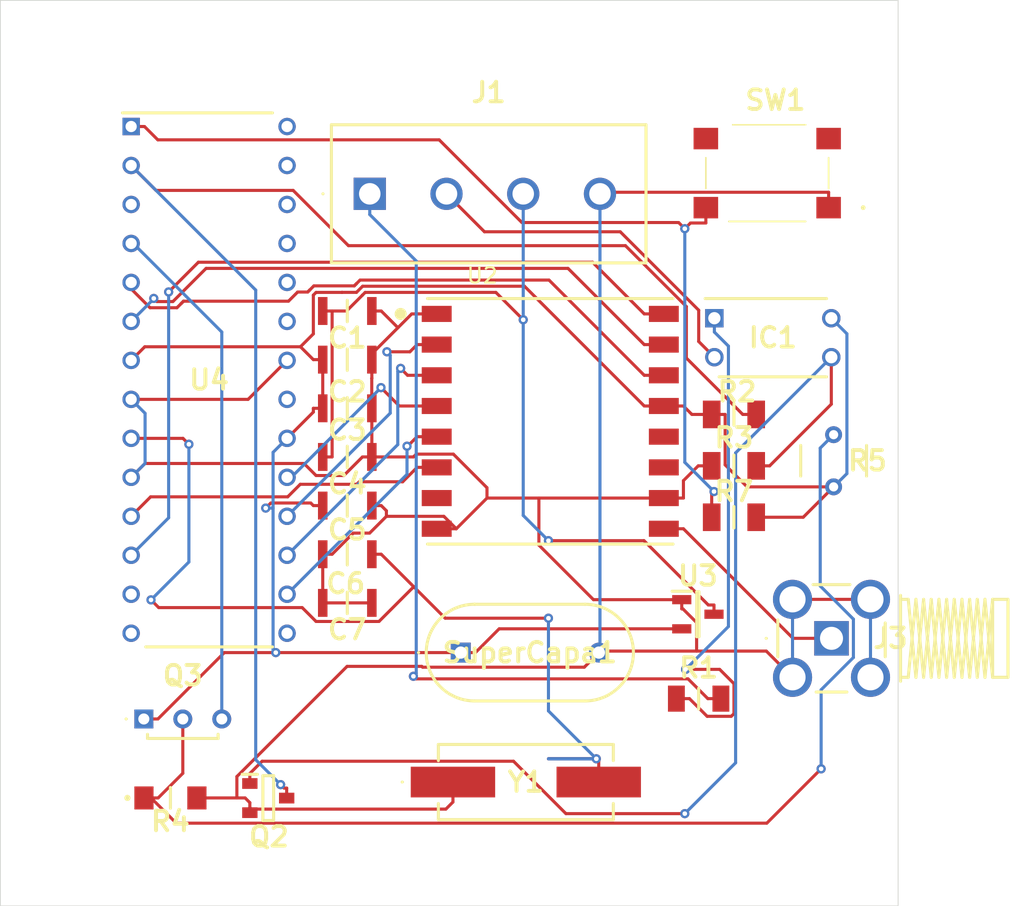
<source format=kicad_pcb>
(kicad_pcb (version 20241229) (generator "pcbnew") (generator_version "9.0")
  (layers (0 "F.Cu" signal) (2 "B.Cu" signal) (13 "F.Paste" user) (15 "B.Paste" user) (5 "F.SilkS" user "F.Silkscreen") (7 "B.SilkS" user "B.Silkscreen") (1 "F.Mask" user) (3 "B.Mask" user) (25 "Edge.Cuts" user))
  (net 0 "")
  (net 1 "Valim")
  (net 2 "GND")
  (net 3 "VCC")
  (net 4 "Net-(U4-PB6(PCINT6{slash}XTAL1{slash}TOSC1))")
  (net 5 "I2")
  (net 6 "Net-(IC1-EMITTER)")
  (net 7 "Net-(IC1-ANODE(CATHODE))")
  (net 8 "I1")
  (net 9 "Net-(U2-ANT)")
  (net 10 "infoTIC")
  (net 11 "D2")
  (net 12 "Net-(Q3-B)")
  (net 13 "Net-(U4-PC6(PCINT14{slash}RESET))")
  (net 15 "NSS")
  (net 16 "DIO2")
  (net 17 "RST")
  (net 19 "SCK")
  (net 20 "MOSI")
  (net 21 "MISO")
  (net 22 "DIO0")
  (net 24 "DIO1")
  (footprint "MountingHole:MountingHole_2.5mm" (layer "F.Cu") (at 188.5 107.5)
    (property "Reference" "REF**" (hide yes))
    (property "Value" "MountingHole_2.5mm" (hide yes))
    (pad "" np_thru_hole circle (at 0 0) (size 2.5 2.5) (drill 2.5) (layers "*.Cu" "*.Mask"))
  )
  (footprint "ATMEGA328 PU:DIP1016W53P254L3468H457Q28N" (layer "F.Cu") (at 148.101 77.729)
    (property "Reference" "U4" (at 0 0 0) (layer "F.SilkS") (effects (font (size 1.27 1.27) (thickness 0.254))))
    (property "Value" "ATMEGA328-PU" (hide yes))
    (pad "1" thru_hole rect (at -5.08 -16.51) (size 1.133 1.133) (drill 0.733) (layers "*.Cu" "*.Mask") (net 13 "Net-(U4-PC6(PCINT14{slash}RESET))"))
    (pad "2" thru_hole circle (at -5.08 -13.97) (size 1.133 1.133) (drill 0.733) (layers "*.Cu" "*.Mask") (net 10 "infoTIC"))
    (pad "3" thru_hole circle (at -5.08 -11.43) (size 1.133 1.133) (drill 0.733) (layers "*.Cu" "*.Mask"))
    (pad "4" thru_hole circle (at -5.08 -8.89) (size 1.133 1.133) (drill 0.733) (layers "*.Cu" "*.Mask") (net 11 "D2"))
    (pad "5" thru_hole circle (at -5.08 -6.35) (size 1.133 1.133) (drill 0.733) (layers "*.Cu" "*.Mask") (net 22 "DIO0"))
    (pad "6" thru_hole circle (at -5.08 -3.81) (size 1.133 1.133) (drill 0.733) (layers "*.Cu" "*.Mask") (net 24 "DIO1"))
    (pad "7" thru_hole circle (at -5.08 -1.27) (size 1.133 1.133) (drill 0.733) (layers "*.Cu" "*.Mask") (net 3 "VCC"))
    (pad "8" thru_hole circle (at -5.08 1.27) (size 1.133 1.133) (drill 0.733) (layers "*.Cu" "*.Mask") (net 2 "GND"))
    (pad "9" thru_hole circle (at -5.08 3.81) (size 1.133 1.133) (drill 0.733) (layers "*.Cu" "*.Mask") (net 4 "Net-(U4-PB6(PCINT6{slash}XTAL1{slash}TOSC1))"))
    (pad "10" thru_hole circle (at -5.08 6.35) (size 1.133 1.133) (drill 0.733) (layers "*.Cu" "*.Mask") (net 2 "GND"))
    (pad "11" thru_hole circle (at -5.08 8.89) (size 1.133 1.133) (drill 0.733) (layers "*.Cu" "*.Mask") (net 17 "RST"))
    (pad "12" thru_hole circle (at -5.08 11.43) (size 1.133 1.133) (drill 0.733) (layers "*.Cu" "*.Mask") (net 16 "DIO2"))
    (pad "13" thru_hole circle (at -5.08 13.97) (size 1.133 1.133) (drill 0.733) (layers "*.Cu" "*.Mask"))
    (pad "14" thru_hole circle (at -5.08 16.51) (size 1.133 1.133) (drill 0.733) (layers "*.Cu" "*.Mask"))
    (pad "15" thru_hole circle (at 5.08 16.51) (size 1.133 1.133) (drill 0.733) (layers "*.Cu" "*.Mask"))
    (pad "16" thru_hole circle (at 5.08 13.97) (size 1.133 1.133) (drill 0.733) (layers "*.Cu" "*.Mask") (net 15 "NSS"))
    (pad "17" thru_hole circle (at 5.08 11.43) (size 1.133 1.133) (drill 0.733) (layers "*.Cu" "*.Mask") (net 20 "MOSI"))
    (pad "18" thru_hole circle (at 5.08 8.89) (size 1.133 1.133) (drill 0.733) (layers "*.Cu" "*.Mask") (net 21 "MISO"))
    (pad "19" thru_hole circle (at 5.08 6.35) (size 1.133 1.133) (drill 0.733) (layers "*.Cu" "*.Mask") (net 19 "SCK"))
    (pad "20" thru_hole circle (at 5.08 3.81) (size 1.133 1.133) (drill 0.733) (layers "*.Cu" "*.Mask") (net 3 "VCC"))
    (pad "21" thru_hole circle (at 5.08 1.27) (size 1.133 1.133) (drill 0.733) (layers "*.Cu" "*.Mask"))
    (pad "22" thru_hole circle (at 5.08 -1.27) (size 1.133 1.133) (drill 0.733) (layers "*.Cu" "*.Mask") (net 2 "GND"))
    (pad "23" thru_hole circle (at 5.08 -3.81) (size 1.133 1.133) (drill 0.733) (layers "*.Cu" "*.Mask"))
    (pad "24" thru_hole circle (at 5.08 -6.35) (size 1.133 1.133) (drill 0.733) (layers "*.Cu" "*.Mask"))
    (pad "25" thru_hole circle (at 5.08 -8.89) (size 1.133 1.133) (drill 0.733) (layers "*.Cu" "*.Mask"))
    (pad "26" thru_hole circle (at 5.08 -11.43) (size 1.133 1.133) (drill 0.733) (layers "*.Cu" "*.Mask"))
    (pad "27" thru_hole circle (at 5.08 -13.97) (size 1.133 1.133) (drill 0.733) (layers "*.Cu" "*.Mask"))
    (pad "28" thru_hole circle (at 5.08 -16.51) (size 1.133 1.133) (drill 0.733) (layers "*.Cu" "*.Mask"))
  )
  (footprint "Borniers 4:7966834" (layer "F.Cu") (at 158.57 65.605)
    (property "Reference" "J1" (at 7.75 -6.605 0) (layer "F.SilkS") (effects (font (size 1.27 1.27) (thickness 0.254))))
    (property "Value" "Borniers" (hide yes))
    (pad "1" thru_hole rect (at 0 0) (size 2.1 2.1) (drill 1.4) (layers "*.Cu" "*.Mask") (net 8 "I1"))
    (pad "2" thru_hole circle (at 5 0) (size 2.1 2.1) (drill 1.4) (layers "*.Cu" "*.Mask") (net 5 "I2"))
    (pad "3" thru_hole circle (at 10 0) (size 2.1 2.1) (drill 1.4) (layers "*.Cu" "*.Mask") (net 1 "Valim"))
    (pad "4" thru_hole circle (at 15 0) (size 2.1 2.1) (drill 1.4) (layers "*.Cu" "*.Mask") (net 2 "GND"))
  )
  (footprint "Condensateur:CAPC3216X180N" (layer "F.Cu") (at 157.105 79.58)
    (property "Reference" "C3" (at 0 1.42 0) (layer "F.SilkS") (effects (font (size 1.27 1.27) (thickness 0.254))))
    (property "Value" "0.1µF" (hide yes))
    (pad "1" smd rect (at -1.6 0) (size 0.62 1.82) (layers "F.Cu" "F.Mask" "F.Paste") (net 3 "VCC"))
    (pad "2" smd rect (at 1.6 0) (size 0.62 1.82) (layers "F.Cu" "F.Mask" "F.Paste") (net 2 "GND"))
  )
  (footprint "R10:RESC3216X74N" (layer "F.Cu") (at 182.3 86.68)
    (property "Reference" "R7" (at 0 -1.68 0) (layer "F.SilkS") (effects (font (size 1.27 1.27) (thickness 0.254))))
    (property "Value" "10k" (hide yes))
    (pad "1" smd rect (at -1.45 0) (size 1.15 1.8) (layers "F.Cu" "F.Mask" "F.Paste") (net 13 "Net-(U4-PC6(PCINT14{slash}RESET))"))
    (pad "2" smd rect (at 1.45 0) (size 1.15 1.8) (layers "F.Cu" "F.Mask" "F.Paste") (net 3 "VCC"))
  )
  (footprint "R10:RESC3216X74N" (layer "F.Cu") (at 182.3 83.33)
    (property "Reference" "R3" (at 0 -1.83 0) (layer "F.SilkS") (effects (font (size 1.27 1.27) (thickness 0.254))))
    (property "Value" "10K" (hide yes))
    (pad "1" smd rect (at -1.45 0) (size 1.15 1.8) (layers "F.Cu" "F.Mask" "F.Paste") (net 2 "GND"))
    (pad "2" smd rect (at 1.45 0) (size 1.15 1.8) (layers "F.Cu" "F.Mask" "F.Paste") (net 6 "Net-(IC1-EMITTER)"))
  )
  (footprint "SuperCondensateur:SCMQ14C474MRBA0" (layer "F.Cu") (at 164.5 95.5 90)
    (property "Reference" "SuperCapa1" (at 0 4.5 0) (layer "F.SilkS") (effects (font (size 1.27 1.27) (thickness 0.254))))
    (property "Value" "0.47F" (hide yes))
    (pad "1" thru_hole rect (at 0 0 90) (size 1.3 1.3) (drill 0.8) (layers "*.Cu" "*.Mask") (net 3 "VCC"))
    (pad "2" thru_hole circle (at 0 9 90) (size 1.3 1.3) (drill 0.8) (layers "*.Cu" "*.Mask") (net 2 "GND"))
  )
  (footprint "Regulateur 3.3:SOT95P237X112-3N" (layer "F.Cu") (at 179.95 93)
    (property "Reference" "U3" (at 0 -2.5 0) (layer "F.SilkS") (effects (font (size 1.27 1.27) (thickness 0.254))))
    (property "Value" "TPS7A0533PDBZ" (hide yes))
    (pad "1" smd rect (at -1.05 -0.95 90) (size 0.6 1.25) (layers "F.Cu" "F.Mask" "F.Paste") (net 2 "GND"))
    (pad "2" smd rect (at -1.05 0.95 90) (size 0.6 1.25) (layers "F.Cu" "F.Mask" "F.Paste") (net 3 "VCC"))
    (pad "3" smd rect (at 1.05 0 90) (size 0.6 1.25) (layers "F.Cu" "F.Mask" "F.Paste") (net 1 "Valim"))
  )
  (footprint "Condensateur:CAPC3216X180N" (layer "F.Cu") (at 157.105 73.24)
    (property "Reference" "C1" (at 0 1.76 0) (layer "F.SilkS") (effects (font (size 1.27 1.27) (thickness 0.254))))
    (property "Value" "10µF" (hide yes))
    (pad "1" smd rect (at -1.6 0) (size 0.62 1.82) (layers "F.Cu" "F.Mask" "F.Paste") (net 1 "Valim"))
    (pad "2" smd rect (at 1.6 0) (size 0.62 1.82) (layers "F.Cu" "F.Mask" "F.Paste") (net 2 "GND"))
  )
  (footprint "Bouton Reset:B3FS1012P" (layer "F.Cu") (at 184.47 64.255)
    (property "Reference" "SW1" (at 0.53 -4.755 0) (layer "F.SilkS") (effects (font (size 1.27 1.27) (thickness 0.254))))
    (property "Value" "Bouton Reset" (hide yes))
    (pad "1" smd rect (at 4 2.25 90) (size 1.4 1.6) (layers "F.Cu" "F.Mask" "F.Paste") (net 2 "GND"))
    (pad "2" smd rect (at -4 2.25 90) (size 1.4 1.6) (layers "F.Cu" "F.Mask" "F.Paste") (net 13 "Net-(U4-PC6(PCINT14{slash}RESET))"))
    (pad "3" smd rect (at 4 -2.25 90) (size 1.4 1.6) (layers "F.Cu" "F.Mask" "F.Paste"))
    (pad "4" smd rect (at -4 -2.25 90) (size 1.4 1.6) (layers "F.Cu" "F.Mask" "F.Paste"))
  )
  (footprint "Condensateur:CAPC3216X180N" (layer "F.Cu") (at 157.105 76.41)
    (property "Reference" "C2" (at 0 2.09 0) (layer "F.SilkS") (effects (font (size 1.27 1.27) (thickness 0.254))))
    (property "Value" "0.1µF" (hide yes))
    (pad "1" smd rect (at -1.6 0) (size 0.62 1.82) (layers "F.Cu" "F.Mask" "F.Paste") (net 3 "VCC"))
    (pad "2" smd rect (at 1.6 0) (size 0.62 1.82) (layers "F.Cu" "F.Mask" "F.Paste") (net 2 "GND"))
  )
  (footprint "R4.7:RESC3116X70N" (layer "F.Cu") (at 180 98.5)
    (property "Reference" "R1" (at 0 -2 0) (layer "F.SilkS") (effects (font (size 1.27 1.27) (thickness 0.254))))
    (property "Value" "4.7K" (hide yes))
    (pad "1" smd rect (at -1.45 0) (size 1.1 1.7) (layers "F.Cu" "F.Mask" "F.Paste") (net 7 "Net-(IC1-ANODE(CATHODE))"))
    (pad "2" smd rect (at 1.45 0) (size 1.1 1.7) (layers "F.Cu" "F.Mask" "F.Paste") (net 8 "I1"))
  )
  (footprint "Condensateur:CAPC3216X180N" (layer "F.Cu") (at 157.105 89.09)
    (property "Reference" "C6" (at -0.105 1.91 0) (layer "F.SilkS") (effects (font (size 1.27 1.27) (thickness 0.254))))
    (property "Value" "22pF" (hide yes))
    (pad "1" smd rect (at -1.6 0) (size 0.62 1.82) (layers "F.Cu" "F.Mask" "F.Paste") (net 2 "GND"))
    (pad "2" smd rect (at 1.6 0) (size 0.62 1.82) (layers "F.Cu" "F.Mask" "F.Paste") (net 4 "Net-(U4-PB6(PCINT6{slash}XTAL1{slash}TOSC1))"))
  )
  (footprint "Quartz8MHz:830003151" (layer "F.Cu") (at 168.74 103.935)
    (property "Reference" "Y1" (at 0 0 0) (layer "F.SilkS") (effects (font (size 1.27 1.27) (thickness 0.254))))
    (property "Value" "Crystal" (hide yes))
    (pad "1" smd rect (at -4.75 0 90) (size 2 5.5) (layers "F.Cu" "F.Mask" "F.Paste") (net 2 "GND"))
    (pad "2" smd rect (at 4.75 0 90) (size 2 5.5) (layers "F.Cu" "F.Mask" "F.Paste") (net 4 "Net-(U4-PB6(PCINT6{slash}XTAL1{slash}TOSC1))"))
  )
  (footprint "Condensateur:CAPC3216X180N" (layer "F.Cu") (at 157.105 85.92)
    (property "Reference" "C5" (at 0 1.58 0) (layer "F.SilkS") (effects (font (size 1.27 1.27) (thickness 0.254))))
    (property "Value" "10µF" (hide yes))
    (pad "1" smd rect (at -1.6 0) (size 0.62 1.82) (layers "F.Cu" "F.Mask" "F.Paste") (net 3 "VCC"))
    (pad "2" smd rect (at 1.6 0) (size 0.62 1.82) (layers "F.Cu" "F.Mask" "F.Paste") (net 2 "GND"))
  )
  (footprint "BSS138:SOT95P240X120-3N" (layer "F.Cu") (at 151.955 104.98)
    (property "Reference" "Q2" (at 0.045 2.52 0) (layer "F.SilkS") (effects (font (size 1.27 1.27) (thickness 0.254))))
    (property "Value" "BSS138" (hide yes))
    (pad "1" smd rect (at -1.2 -0.95 90) (size 0.7 1) (layers "F.Cu" "F.Mask" "F.Paste") (net 6 "Net-(IC1-EMITTER)"))
    (pad "2" smd rect (at -1.2 0.95 90) (size 0.7 1) (layers "F.Cu" "F.Mask" "F.Paste") (net 2 "GND"))
    (pad "3" smd rect (at 1.2 0 90) (size 0.7 1) (layers "F.Cu" "F.Mask" "F.Paste") (net 10 "infoTIC"))
  )
  (footprint "Condensateur:CAPC3216X180N" (layer "F.Cu") (at 157.105 92.26)
    (property "Reference" "C7" (at 0 1.74 0) (layer "F.SilkS") (effects (font (size 1.27 1.27) (thickness 0.254))))
    (property "Value" "22pF" (hide yes))
    (pad "1" smd rect (at -1.6 0) (size 0.62 1.82) (layers "F.Cu" "F.Mask" "F.Paste") (net 2 "GND"))
    (pad "2" smd rect (at 1.6 0) (size 0.62 1.82) (layers "F.Cu" "F.Mask" "F.Paste") (net 2 "GND"))
  )
  (footprint "R8:ERJ8ENF1000V" (layer "F.Cu") (at 145.58 104.97)
    (property "Reference" "R4" (at 0 1.53 0) (layer "F.SilkS") (effects (font (size 1.27 1.27) (thickness 0.254))))
    (property "Value" "8k" (hide yes))
    (pad "1" smd rect (at -1.725 0) (size 1.25 1.5) (layers "F.Cu" "F.Mask" "F.Paste") (net 12 "Net-(Q3-B)"))
    (pad "2" smd rect (at 1.725 0) (size 1.25 1.5) (layers "F.Cu" "F.Mask" "F.Paste") (net 2 "GND"))
  )
  (footprint "Connecteur ant:60311002114501" (layer "F.Cu") (at 188.6575 94.57)
    (property "Reference" "J3" (at 3.843 0 0) (layer "F.SilkS") (effects (font (size 1.27 1.27) (thickness 0.254))))
    (property "Value" "60311002114501" (hide yes))
    (pad "1" thru_hole rect (at 0 0) (size 2.25 2.25) (drill 1.5) (layers "*.Cu" "*.Mask") (net 9 "Net-(U2-ANT)"))
    (pad "2" thru_hole circle (at -2.54 2.54) (size 2.55 2.55) (drill 1.7) (layers "*.Cu" "*.Mask") (net 2 "GND"))
    (pad "3" thru_hole circle (at 2.54 2.54) (size 2.55 2.55) (drill 1.7) (layers "*.Cu" "*.Mask") (net 2 "GND"))
    (pad "4" thru_hole circle (at 2.54 -2.54) (size 2.55 2.55) (drill 1.7) (layers "*.Cu" "*.Mask") (net 2 "GND"))
    (pad "5" thru_hole circle (at -2.54 -2.54) (size 2.55 2.55) (drill 1.7) (layers "*.Cu" "*.Mask") (net 2 "GND"))
  )
  (footprint "2N2222A:2N2222A" (layer "F.Cu") (at 143.847 99.825)
    (property "Reference" "Q3" (at 2.54 -2.825 0) (layer "F.SilkS") (effects (font (size 1.27 1.27) (thickness 0.254))))
    (property "Value" "Transistor" (hide yes))
    (pad "1" thru_hole rect (at 0 0) (size 1.234 1.234) (drill 0.72) (layers "*.Cu" "*.Mask") (net 3 "VCC"))
    (pad "2" thru_hole circle (at 2.54 0) (size 1.234 1.234) (drill 0.72) (layers "*.Cu" "*.Mask") (net 12 "Net-(Q3-B)"))
    (pad "3" thru_hole circle (at 5.08 0) (size 1.234 1.234) (drill 0.72) (layers "*.Cu" "*.Mask") (net 11 "D2"))
  )
  (footprint "PC814:DIP762W60P254L460H450Q4N" (layer "F.Cu") (at 184.835 74.98)
    (property "Reference" "IC1" (at 0 0 0) (layer "F.SilkS") (effects (font (size 1.27 1.27) (thickness 0.254))))
    (property "Value" "PC814X1CSZ9F" (hide yes))
    (pad "1" thru_hole rect (at -3.81 -1.27) (size 1.2 1.2) (drill 0.8) (layers "*.Cu" "*.Mask") (net 7 "Net-(IC1-ANODE(CATHODE))"))
    (pad "2" thru_hole circle (at -3.81 1.27) (size 1.2 1.2) (drill 0.8) (layers "*.Cu" "*.Mask") (net 5 "I2"))
    (pad "3" thru_hole circle (at 3.81 1.27) (size 1.2 1.2) (drill 0.8) (layers "*.Cu" "*.Mask") (net 6 "Net-(IC1-EMITTER)"))
    (pad "4" thru_hole circle (at 3.81 -1.27) (size 1.2 1.2) (drill 0.8) (layers "*.Cu" "*.Mask") (net 3 "VCC"))
  )
  (footprint "RFM95W-868S2:XCVR_RFM95W-868S2" (layer "F.Cu") (at 170.3315 80.43)
    (property "Reference" "U2" (at -4.433495 -9.503175 0) (layer "F.SilkS") (effects (font (size 1.001913 1.001913))))
    (property "Value" "RFM95W-868S2")
    (pad "1" smd rect (at -7.4 -7) (size 1.95 1.05) (layers "F.Cu" "F.Mask" "F.Paste") (net 2 "GND"))
    (pad "2" smd rect (at -7.4 -5) (size 1.95 1.05) (layers "F.Cu" "F.Mask" "F.Paste") (net 21 "MISO"))
    (pad "3" smd rect (at -7.4 -3) (size 1.95 1.05) (layers "F.Cu" "F.Mask" "F.Paste") (net 20 "MOSI"))
    (pad "4" smd rect (at -7.4 -1) (size 1.95 1.05) (layers "F.Cu" "F.Mask" "F.Paste") (net 19 "SCK"))
    (pad "5" smd rect (at -7.4 1) (size 1.95 1.05) (layers "F.Cu" "F.Mask" "F.Paste") (net 15 "NSS"))
    (pad "6" smd rect (at -7.4 3) (size 1.95 1.05) (layers "F.Cu" "F.Mask" "F.Paste") (net 17 "RST"))
    (pad "7" smd rect (at -7.4 5) (size 1.95 1.05) (layers "F.Cu" "F.Mask" "F.Paste"))
    (pad "8" smd rect (at -7.4 7) (size 1.95 1.05) (layers "F.Cu" "F.Mask" "F.Paste") (net 2 "GND"))
    (pad "9" smd rect (at 7.4 7) (size 1.95 1.05) (layers "F.Cu" "F.Mask" "F.Paste") (net 9 "Net-(U2-ANT)"))
    (pad "10" smd rect (at 7.4 5) (size 1.95 1.05) (layers "F.Cu" "F.Mask" "F.Paste") (net 2 "GND"))
    (pad "11" smd rect (at 7.4 3) (size 1.95 1.05) (layers "F.Cu" "F.Mask" "F.Paste"))
    (pad "12" smd rect (at 7.4 1) (size 1.95 1.05) (layers "F.Cu" "F.Mask" "F.Paste"))
    (pad "13" smd rect (at 7.4 -1) (size 1.95 1.05) (layers "F.Cu" "F.Mask" "F.Paste") (net 3 "VCC"))
    (pad "14" smd rect (at 7.4 -3) (size 1.95 1.05) (layers "F.Cu" "F.Mask" "F.Paste") (net 22 "DIO0"))
    (pad "15" smd rect (at 7.4 -5) (size 1.95 1.05) (layers "F.Cu" "F.Mask" "F.Paste") (net 24 "DIO1"))
    (pad "16" smd rect (at 7.4 -7) (size 1.95 1.05) (layers "F.Cu" "F.Mask" "F.Paste") (net 16 "DIO2"))
  )
  (footprint "MountingHole:MountingHole_2.5mm" (layer "F.Cu") (at 188 56.5)
    (property "Reference" "REF**" (hide yes))
    (property "Value" "MountingHole_2.5mm" (hide yes))
    (pad "" np_thru_hole circle (at 0 0) (size 2.5 2.5) (drill 2.5) (layers "*.Cu" "*.Mask"))
  )
  (footprint "Condensateur:CAPC3216X180N" (layer "F.Cu") (at 157.105 82.75)
    (property "Reference" "C4" (at 0 1.75 0) (layer "F.SilkS") (effects (font (size 1.27 1.27) (thickness 0.254))))
    (property "Value" "10µF" (hide yes))
    (pad "1" smd rect (at -1.6 0) (size 0.62 1.82) (layers "F.Cu" "F.Mask" "F.Paste") (net 1 "Valim"))
    (pad "2" smd rect (at 1.6 0) (size 0.62 1.82) (layers "F.Cu" "F.Mask" "F.Paste") (net 2 "GND"))
  )
  (footprint "MountingHole:MountingHole_2.5mm" (layer "F.Cu") (at 138 106.5)
    (property "Reference" "REF**" (hide yes))
    (property "Value" "MountingHole_2.5mm" (hide yes))
    (pad "" np_thru_hole circle (at 0 0) (size 2.5 2.5) (drill 2.5) (layers "*.Cu" "*.Mask"))
  )
  (footprint "R10:RESC3216X74N" (layer "F.Cu") (at 182.3 79.98)
    (property "Reference" "R2" (at 0.2 -1.48 0) (layer "F.SilkS") (effects (font (size 1.27 1.27) (thickness 0.254))))
    (property "Value" "10K" (hide yes))
    (pad "1" smd rect (at -1.45 0) (size 1.15 1.8) (layers "F.Cu" "F.Mask" "F.Paste") (net 3 "VCC"))
    (pad "2" smd rect (at 1.45 0) (size 1.15 1.8) (layers "F.Cu" "F.Mask" "F.Paste") (net 10 "infoTIC"))
  )
  (footprint "MountingHole:MountingHole_2.5mm" (layer "F.Cu") (at 139.5 56.5)
    (property "Reference" "REF**" (hide yes))
    (property "Value" "MountingHole_2.5mm" (hide yes))
    (pad "" np_thru_hole circle (at 0 0) (size 2.5 2.5) (drill 2.5) (layers "*.Cu" "*.Mask"))
  )
  (footprint "Photo Res:PDVP8103" (layer "F.Cu") (at 188.795 84.7)
    (property "Reference" "R5" (at 2.205 -1.7 0) (layer "F.SilkS") (effects (font (size 1.27 1.27) (thickness 0.254))))
    (property "Value" "LDR03" (hide yes))
    (pad "1" thru_hole circle (at 0 0) (size 1.1 1.1) (drill 0.6) (layers "*.Cu" "*.Mask") (net 3 "VCC"))
    (pad "2" thru_hole circle (at 0 -3.4) (size 1.1 1.1) (drill 0.6) (layers "*.Cu" "*.Mask") (net 12 "Net-(Q3-B)"))
  )
  (gr_rect (start 134.5 53) (end 193 112) (stroke (width 0.05)) (fill no) (layer "Edge.Cuts"))
  (segment (start 181 93) (end 181 92.3983) (width 0.2) (layer "F.Cu") (net 1))
  (segment (start 158.27 72.0283) (end 158.0933 72.205) (width 0.2) (layer "F.Cu") (net 1))
  (segment (start 158.0933 72.2051) (end 157.0584 73.24) (width 0.2) (layer "F.Cu") (net 1))
  (segment (start 155.505 73.24) (end 156.1167 73.24) (width 0.2) (layer "F.Cu") (net 1))
  (segment (start 170.2133 88.2053) (end 176.4386 88.2053) (width 0.2) (layer "F.Cu") (net 1))
  (segment (start 168.57 73.811) (end 166.7873 72.0283) (width 0.2) (layer "F.Cu") (net 1))
  (segment (start 176.4386 88.2053) (end 180.6316 92.3983) (width 0.2) (layer "F.Cu") (net 1))
  (segment (start 156.1167 73.24) (end 156.1167 82.75) (width 0.2) (layer "F.Cu") (net 1))
  (segment (start 166.7873 72.0283) (end 158.27 72.0283) (width 0.2) (layer "F.Cu") (net 1))
  (segment (start 180.6316 92.3983) (end 181 92.3983) (width 0.2) (layer "F.Cu") (net 1))
  (segment (start 157.0584 73.24) (end 156.1167 73.24) (width 0.2) (layer "F.Cu") (net 1))
  (segment (start 155.505 82.75) (end 156.1167 82.75) (width 0.2) (layer "F.Cu") (net 1))
  (segment (start 158.0933 72.205) (end 158.0933 72.2051) (width 0.2) (layer "F.Cu") (net 1))
  (via (at 170.2133 88.2053) (size 0.6) (drill 0.3) (layers "F.Cu" "B.Cu") (net 1))
  (via (at 168.57 73.811) (size 0.6) (drill 0.3) (layers "F.Cu" "B.Cu") (net 1))
  (segment (start 168.57 65.605) (end 168.57 73.811) (width 0.2) (layer "B.Cu") (net 1))
  (segment (start 168.57 73.811) (end 168.57 86.562) (width 0.2) (layer "B.Cu") (net 1))
  (segment (start 168.57 86.562) (end 170.2133 88.2053) (width 0.2) (layer "B.Cu") (net 1))
  (segment (start 159.6534 86.6209) (end 163.3991 86.6209) (width 0.2) (layer "F.Cu") (net 2))
  (segment (start 143.021 84.079) (end 143.9236 83.1764) (width 0.2) (layer "F.Cu") (net 2))
  (segment (start 179.8677 93.5442) (end 179.8677 95.4009) (width 0.2) (layer "F.Cu") (net 2))
  (segment (start 186.1175 97.11) (end 184.4084 95.4009) (width 0.2) (layer "F.Cu") (net 2))
  (segment (start 158.705 79.58) (end 158.705 82.75) (width 0.2) (layer "F.Cu") (net 2))
  (segment (start 163.5281 105.6986) (end 163.99 105.2367) (width 0.2) (layer "F.Cu") (net 2))
  (segment (start 149.9102 104.97) (end 149.9102 103.5775) (width 0.2) (layer "F.Cu") (net 2))
  (segment (start 154.2847 83.1764) (end 155.07 83.9617) (width 0.2) (layer "F.Cu") (net 2))
  (segment (start 149.9102 103.5775) (end 157.09 96.3977) (width 0.2) (layer "F.Cu") (net 2))
  (segment (start 157.4936 87.7131) (end 158.5612 87.7131) (width 0.2) (layer "F.Cu") (net 2))
  (segment (start 156.8816 83.9617) (end 158.0933 82.75) (width 0.2) (layer "F.Cu") (net 2))
  (segment (start 149.9102 104.97) (end 150.4467 104.97) (width 0.2) (layer "F.Cu") (net 2))
  (segment (start 157.09 96.3977) (end 161.9605 96.3977) (width 0.2) (layer "F.Cu") (net 2))
  (segment (start 162.9315 73.43) (end 161.7557 73.43) (width 0.2) (layer "F.Cu") (net 2))
  (segment (start 162.0145 96.4517) (end 172.5483 96.4517) (width 0.2) (layer "F.Cu") (net 2))
  (segment (start 161.3043 73.43) (end 160.4055 74.3288) (width 0.2) (layer "F.Cu") (net 2))
  (segment (start 150.755 105.93) (end 150.755 105.6041) (width 0.2) (layer "F.Cu") (net 2))
  (segment (start 150.755 105.6041) (end 150.755 105.2783) (width 0.2) (layer "F.Cu") (net 2))
  (segment (start 150.8495 105.6986) (end 163.5281 105.6986) (width 0.2) (layer "F.Cu") (net 2))
  (segment (start 158.6991 77.6276) (end 158.6991 79.5741) (width 0.2) (layer "F.Cu") (net 2))
  (segment (start 158.5612 87.7131) (end 159.6534 86.6209) (width 0.2) (layer "F.Cu") (net 2))
  (segment (start 169.5902 85.43) (end 166.2082 85.43) (width 0.2) (layer "F.Cu") (net 2))
  (segment (start 159.3167 73.24) (end 160.4055 74.3288) (width 0.2) (layer "F.Cu") (net 2))
  (segment (start 160.4055 74.3288) (end 158.705 76.0293) (width 0.2) (layer "F.Cu") (net 2))
  (segment (start 159.6534 86.6209) (end 159.6534 86.2567) (width 0.2) (layer "F.Cu") (net 2))
  (segment (start 158.705 77.6217) (end 158.6991 77.6276) (width 0.2) (layer "F.Cu") (net 2))
  (segment (start 155.505 89.09) (end 156.1167 89.09) (width 0.2) (layer "F.Cu") (net 2))
  (segment (start 173.6717 65.5033) (end 173.57 65.605) (width 0.2) (layer "F.Cu") (net 2))
  (segment (start 161.415 82.75) (end 161.5969 82.5681) (width 0.2) (layer "F.Cu") (net 2))
  (segment (start 180.85 83.33) (end 179.9733 83.33) (width 0.2) (layer "F.Cu") (net 2))
  (segment (start 163.3991 86.6209) (end 164.2082 87.43) (width 0.2) (layer "F.Cu") (net 2))
  (segment (start 161.9605 96.3977) (end 162.0145 96.4517) (width 0.2) (layer "F.Cu") (net 2))
  (segment (start 161.5969 82.5681) (end 164.0184 82.5681) (width 0.2) (layer "F.Cu") (net 2))
  (segment (start 178.3699 85.43) (end 179.0082 85.43) (width 0.2) (layer "F.Cu") (net 2))
  (segment (start 169.5902 88.4949) (end 173.1453 92.05) (width 0.2) (layer "F.Cu") (net 2))
  (segment (start 158.705 92.26) (end 155.505 92.26) (width 0.2) (layer "F.Cu") (net 2))
  (segment (start 158.705 76.0293) (end 158.705 76.41) (width 0.2) (layer "F.Cu") (net 2))
  (segment (start 158.705 85.92) (end 159.3167 85.92) (width 0.2) (layer "F.Cu") (net 2))
  (segment (start 159.6534 86.2567) (end 159.3167 85.92) (width 0.2) (layer "F.Cu") (net 2))
  (segment (start 155.07 83.9617) (end 156.8816 83.9617) (width 0.2) (layer "F.Cu") (net 2))
  (segment (start 173.5991 95.4009) (end 173.5 95.5) (width 0.2) (layer "F.Cu") (net 2))
  (segment (start 177.7315 85.43) (end 169.5902 85.43) (width 0.2) (layer "F.Cu") (net 2))
  (segment (start 150.641 78.999) (end 143.021 78.999) (width 0.2) (layer "F.Cu") (net 2))
  (segment (start 166.2082 84.7579) (end 166.2082 85.43) (width 0.2) (layer "F.Cu") (net 2))
  (segment (start 158.705 82.75) (end 158.0933 82.75) (width 0.2) (layer "F.Cu") (net 2))
  (segment (start 173.1453 92.05) (end 178.9 92.05) (width 0.2) (layer "F.Cu") (net 2))
  (segment (start 147.305 104.97) (end 149.9102 104.97) (width 0.2) (layer "F.Cu") (net 2))
  (segment (start 162.9315 87.43) (end 164.2082 87.43) (width 0.2) (layer "F.Cu") (net 2))
  (segment (start 172.5483 96.4517) (end 173.5 95.5) (width 0.2) (layer "F.Cu") (net 2))
  (segment (start 156.1167 89.09) (end 157.4936 87.7131) (width 0.2) (layer "F.Cu") (net 2))
  (segment (start 158.705 82.75) (end 161.415 82.75) (width 0.2) (layer "F.Cu") (net 2))
  (segment (start 164.0184 82.5681) (end 166.2082 84.7579) (width 0.2) (layer "F.Cu") (net 2))
  (segment (start 158.705 73.24) (end 159.3167 73.24) (width 0.2) (layer "F.Cu") (net 2))
  (segment (start 150.4467 104.97) (end 150.755 105.2783) (width 0.2) (layer "F.Cu") (net 2))
  (segment (start 150.755 105.6041) (end 150.8495 105.6986) (width 0.2) (layer "F.Cu") (net 2))
  (segment (start 166.2082 85.43) (end 164.2082 87.43) (width 0.2) (layer "F.Cu") (net 2))
  (segment (start 158.705 76.41) (end 158.705 77.6217) (width 0.2) (layer "F.Cu") (net 2))
  (segment (start 158.6991 79.5741) (end 158.705 79.58) (width 0.2) (layer "F.Cu") (net 2))
  (segment (start 161.7557 73.43) (end 161.3043 73.43) (width 0.2) (layer "F.Cu") (net 2))
  (segment (start 163.99 103.935) (end 163.99 105.2367) (width 0.2) (layer "F.Cu") (net 2))
  (segment (start 153.181 76.459) (end 150.641 78.999) (width 0.2) (layer "F.Cu") (net 2))
  (segment (start 188.47 66.505) (end 188.47 65.5033) (width 0.2) (layer "F.Cu") (net 2))
  (segment (start 155.505 92.26) (end 155.505 89.09) (width 0.2) (layer "F.Cu") (net 2))
  (segment (start 178.3699 85.43) (end 177.7315 85.43) (width 0.2) (layer "F.Cu") (net 2))
  (segment (start 178.9 92.05) (end 178.9 92.6517) (width 0.2) (layer "F.Cu") (net 2))
  (segment (start 169.5902 85.43) (end 169.5902 88.4949) (width 0.2) (layer "F.Cu") (net 2))
  (segment (start 179.0082 84.2951) (end 179.0082 85.43) (width 0.2) (layer "F.Cu") (net 2))
  (segment (start 184.4084 95.4009) (end 179.8677 95.4009) (width 0.2) (layer "F.Cu") (net 2))
  (segment (start 179.8677 95.4009) (end 173.5991 95.4009) (width 0.2) (layer "F.Cu") (net 2))
  (segment (start 178.9752 92.6517) (end 179.8677 93.5442) (width 0.2) (layer "F.Cu") (net 2))
  (segment (start 178.9 92.6517) (end 178.9752 92.6517) (width 0.2) (layer "F.Cu") (net 2))
  (segment (start 143.9236 83.1764) (end 154.2847 83.1764) (width 0.2) (layer "F.Cu") (net 2))
  (segment (start 179.9733 83.33) (end 179.0082 84.2951) (width 0.2) (layer "F.Cu") (net 2))
  (segment (start 191.1975 92.03) (end 186.1175 92.03) (width 0.2) (layer "F.Cu") (net 2))
  (segment (start 188.47 65.5033) (end 173.6717 65.5033) (width 0.2) (layer "F.Cu") (net 2))
  (segment (start 186.1175 97.11) (end 186.1175 92.03) (width 0.2) (layer "B.Cu") (net 2))
  (segment (start 173.57 95.43) (end 173.5 95.5) (width 0.2) (layer "B.Cu") (net 2))
  (segment (start 173.57 65.605) (end 173.57 95.43) (width 0.2) (layer "B.Cu") (net 2))
  (segment (start 191.1975 97.11) (end 191.1975 92.03) (width 0.2) (layer "B.Cu") (net 2))
  (segment (start 143.929 83.171) (end 143.021 84.079) (width 0.2) (layer "B.Cu") (net 2))
  (segment (start 143.929 79.907) (end 143.929 83.171) (width 0.2) (layer "B.Cu") (net 2))
  (segment (start 143.021 78.999) (end 143.929 79.907) (width 0.2) (layer "B.Cu") (net 2))
  (segment (start 155.505 76.41) (end 155.505 79.58) (width 0.2) (layer "F.Cu") (net 3))
  (segment (start 149.0907 95.5) (end 144.7657 99.825) (width 0.2) (layer "F.Cu") (net 3))
  (segment (start 154.7241 85.7508) (end 154.8933 85.92) (width 0.2) (layer "F.Cu") (net 3))
  (segment (start 164.9759 95.5) (end 164.5 95.5) (width 0.2) (layer "F.Cu") (net 3))
  (segment (start 179.5582 79.98) (end 180.85 79.98) (width 0.2) (layer "F.Cu") (net 3))
  (segment (start 153.181 81.539) (end 154.8933 79.8267) (width 0.2) (layer "F.Cu") (net 3))
  (segment (start 152.1223 85.7508) (end 154.7241 85.7508) (width 0.2) (layer "F.Cu") (net 3))
  (segment (start 183.75 86.68) (end 186.815 86.68) (width 0.2) (layer "F.Cu") (net 3))
  (segment (start 143.021 76.459) (end 143.9094 75.5706) (width 0.2) (layer "F.Cu") (net 3))
  (segment (start 155.505 79.58) (end 154.8933 79.58) (width 0.2) (layer "F.Cu") (net 3))
  (segment (start 154.8933 79.8267) (end 154.8933 79.58) (width 0.2) (layer "F.Cu") (net 3))
  (segment (start 151.7894 86.0837) (end 152.1223 85.7508) (width 0.2) (layer "F.Cu") (net 3))
  (segment (start 154.0539 75.5706) (end 154.8933 76.41) (width 0.2) (layer "F.Cu") (net 3))
  (segment (start 186.815 86.68) (end 188.795 84.7) (width 0.2) (layer "F.Cu") (net 3))
  (segment (start 181.7267 79.98) (end 181.7267 83.2685) (width 0.2) (layer "F.Cu") (net 3))
  (segment (start 177.7315 79.43) (end 176.4548 79.43) (width 0.2) (layer "F.Cu") (net 3))
  (segment (start 176.4548 79.43) (end 168.6514 71.6266) (width 0.2) (layer "F.Cu") (net 3))
  (segment (start 143.9094 75.5706) (end 154.0539 75.5706) (width 0.2) (layer "F.Cu") (net 3))
  (segment (start 180.85 79.98) (end 181.7267 79.98) (width 0.2) (layer "F.Cu") (net 3))
  (segment (start 179.0082 79.43) (end 179.5582 79.98) (width 0.2) (layer "F.Cu") (net 3))
  (segment (start 164.5 95.5) (end 152.4449 95.5) (width 0.2) (layer "F.Cu") (net 3))
  (segment (start 157.7035 72.0268) (end 156.7619 72.0268) (width 0.2) (layer "F.Cu") (net 3))
  (segment (start 178.3699 79.43) (end 177.7315 79.43) (width 0.2) (layer "F.Cu") (net 3))
  (segment (start 156.7619 72.0268) (end 156.7604 72.0283) (width 0.2) (layer "F.Cu") (net 3))
  (segment (start 168.6514 71.6266) (end 158.1037 71.6266) (width 0.2) (layer "F.Cu") (net 3))
  (segment (start 154.8933 72.205) (end 154.8933 74.7312) (width 0.2) (layer "F.Cu") (net 3))
  (segment (start 178.3699 79.43) (end 179.0082 79.43) (width 0.2) (layer "F.Cu") (net 3))
  (segment (start 183.1582 84.7) (end 188.795 84.7) (width 0.2) (layer "F.Cu") (net 3))
  (segment (start 155.505 85.92) (end 154.8933 85.92) (width 0.2) (layer "F.Cu") (net 3))
  (segment (start 143.847 99.825) (end 144.7657 99.825) (width 0.2) (layer "F.Cu") (net 3))
  (segment (start 178.9 93.95) (end 167.0017 93.95) (width 0.2) (layer "F.Cu") (net 3))
  (segment (start 156.7604 72.0283) (end 155.07 72.0283) (width 0.2) (layer "F.Cu") (net 3))
  (segment (start 164.9759 95.5) (end 165.4517 95.5) (width 0.2) (layer "F.Cu") (net 3))
  (segment (start 154.8933 74.7312) (end 154.0539 75.5706) (width 0.2) (layer "F.Cu") (net 3))
  (segment (start 158.1037 71.6266) (end 157.7035 72.0268) (width 0.2) (layer "F.Cu") (net 3))
  (segment (start 155.07 72.0283) (end 154.8933 72.205) (width 0.2) (layer "F.Cu") (net 3))
  (segment (start 167.0017 93.95) (end 165.4517 95.5) (width 0.2) (layer "F.Cu") (net 3))
  (segment (start 152.4449 95.5) (end 149.0907 95.5) (width 0.2) (layer "F.Cu") (net 3))
  (segment (start 181.7267 83.2685) (end 183.1582 84.7) (width 0.2) (layer "F.Cu") (net 3))
  (segment (start 155.505 76.41) (end 154.8933 76.41) (width 0.2) (layer "F.Cu") (net 3))
  (via (at 151.7894 86.0837) (size 0.6) (drill 0.3) (layers "F.Cu" "B.Cu") (net 3))
  (via (at 152.4449 95.5) (size 0.6) (drill 0.3) (layers "F.Cu" "B.Cu") (net 3))
  (segment (start 152.2692 82.4508) (end 153.181 81.539) (width 0.2) (layer "B.Cu") (net 3))
  (segment (start 152.2692 86.0837) (end 152.2692 82.4508) (width 0.2) (layer "B.Cu") (net 3))
  (segment (start 152.2692 86.0837) (end 151.7894 86.0837) (width 0.2) (layer "B.Cu") (net 3))
  (segment (start 152.4449 95.5) (end 152.2692 95.3243) (width 0.2) (layer "B.Cu") (net 3))
  (segment (start 189.6609 83.8341) (end 188.795 84.7) (width 0.2) (layer "B.Cu") (net 3))
  (segment (start 152.2692 95.3243) (end 152.2692 86.0837) (width 0.2) (layer "B.Cu") (net 3))
  (segment (start 188.645 73.71) (end 189.6609 74.7259) (width 0.2) (layer "B.Cu") (net 3))
  (segment (start 189.6609 74.7259) (end 189.6609 83.8341) (width 0.2) (layer "B.Cu") (net 3))
  (segment (start 163.4847 93.258) (end 170.2133 93.258) (width 0.2) (layer "F.Cu") (net 4))
  (segment (start 173.49 102.5764) (end 173.3324 102.4188) (width 0.2) (layer "F.Cu") (net 4))
  (segment (start 159.3167 89.09) (end 161.4345 91.2077) (width 0.2) (layer "F.Cu") (net 4))
  (segment (start 173.49 103.935) (end 173.49 102.5764) (width 0.2) (layer "F.Cu") (net 4))
  (segment (start 146.3989 81.539) (end 146.7835 81.9236) (width 0.2) (layer "F.Cu") (net 4))
  (segment (start 154.1655 92.5672) (end 155.07 93.4717) (width 0.2) (layer "F.Cu") (net 4))
  (segment (start 158.705 89.09) (end 159.3167 89.09) (width 0.2) (layer "F.Cu") (net 4))
  (segment (start 170.2133 102.4188) (end 173.3324 102.4188) (width 0.2) (layer "F.Cu") (net 4))
  (segment (start 155.07 93.4717) (end 159.1705 93.4717) (width 0.2) (layer "F.Cu") (net 4))
  (segment (start 143.021 81.539) (end 146.3989 81.539) (width 0.2) (layer "F.Cu") (net 4))
  (segment (start 159.1705 93.4717) (end 161.4345 91.2077) (width 0.2) (layer "F.Cu") (net 4))
  (segment (start 144.3145 92.0651) (end 144.8166 92.5672) (width 0.2) (layer "F.Cu") (net 4))
  (segment (start 161.4345 91.2077) (end 163.4847 93.258) (width 0.2) (layer "F.Cu") (net 4))
  (segment (start 144.8166 92.5672) (end 154.1655 92.5672) (width 0.2) (layer "F.Cu") (net 4))
  (segment (start 173.3324 102.4188) (end 170.2133 102.4188) (width 0.2) (layer "F.Cu") (net 4))
  (via (at 144.3145 92.0651) (size 0.6) (drill 0.3) (layers "F.Cu" "B.Cu") (net 4))
  (via (at 173.3324 102.4188) (size 0.6) (drill 0.3) (layers "F.Cu" "B.Cu") (net 4))
  (via (at 170.2133 93.258) (size 0.6) (drill 0.3) (layers "F.Cu" "B.Cu") (net 4))
  (via (at 146.7835 81.9236) (size 0.6) (drill 0.3) (layers "F.Cu" "B.Cu") (net 4))
  (segment (start 170.2133 99.2997) (end 173.3324 102.4188) (width 0.2) (layer "B.Cu") (net 4))
  (segment (start 173.3324 102.4188) (end 170.2133 102.4188) (width 0.2) (layer "B.Cu") (net 4))
  (segment (start 146.7835 81.9236) (end 146.7835 89.5961) (width 0.2) (layer "B.Cu") (net 4))
  (segment (start 170.2133 93.258) (end 170.2133 99.2997) (width 0.2) (layer "B.Cu") (net 4))
  (segment (start 146.7835 89.5961) (end 144.3145 92.0651) (width 0.2) (layer "B.Cu") (net 4))
  (segment (start 170.2133 102.4188) (end 173.3324 102.4188) (width 0.2) (layer "B.Cu") (net 4))
  (segment (start 180.0035 73.1887) (end 174.8922 68.0774) (width 0.2) (layer "F.Cu") (net 5))
  (segment (start 174.8922 68.0774) (end 166.0424 68.0774) (width 0.2) (layer "F.Cu") (net 5))
  (segment (start 180.0035 75.2285) (end 180.0035 73.1887) (width 0.2) (layer "F.Cu") (net 5))
  (segment (start 181.025 76.25) (end 180.0035 75.2285) (width 0.2) (layer "F.Cu") (net 5))
  (segment (start 166.0424 68.0774) (end 163.57 65.605) (width 0.2) (layer "F.Cu") (net 5))
  (segment (start 183.75 83.33) (end 184.6267 83.33) (width 0.2) (layer "F.Cu") (net 6))
  (segment (start 167.9376 102.5794) (end 151.5539 102.5794) (width 0.2) (layer "F.Cu") (net 6))
  (segment (start 151.5539 102.5794) (end 150.755 103.3783) (width 0.2) (layer "F.Cu") (net 6))
  (segment (start 188.645 79.3117) (end 184.6267 83.33) (width 0.2) (layer "F.Cu") (net 6))
  (segment (start 150.755 104.03) (end 150.755 103.3783) (width 0.2) (layer "F.Cu") (net 6))
  (segment (start 188.645 76.25) (end 188.645 79.3117) (width 0.2) (layer "F.Cu") (net 6))
  (segment (start 179.0975 105.9931) (end 171.3513 105.9931) (width 0.2) (layer "F.Cu") (net 6))
  (segment (start 171.3513 105.9931) (end 167.9376 102.5794) (width 0.2) (layer "F.Cu") (net 6))
  (via (at 179.0975 105.9931) (size 0.6) (drill 0.3) (layers "F.Cu" "B.Cu") (net 6))
  (segment (start 182.409 82.486) (end 182.409 102.6816) (width 0.2) (layer "B.Cu") (net 6))
  (segment (start 188.645 76.25) (end 182.409 82.486) (width 0.2) (layer "B.Cu") (net 6))
  (segment (start 182.409 102.6816) (end 179.0975 105.9931) (width 0.2) (layer "B.Cu") (net 6))
  (segment (start 182.3017 97.525) (end 181.3698 96.5931) (width 0.2) (layer "F.Cu") (net 7))
  (segment (start 182.125 99.6517) (end 182.3017 99.475) (width 0.2) (layer "F.Cu") (net 7))
  (segment (start 179.4017 98.5) (end 180.5534 99.6517) (width 0.2) (layer "F.Cu") (net 7))
  (segment (start 180.5534 99.6517) (end 182.125 99.6517) (width 0.2) (layer "F.Cu") (net 7))
  (segment (start 178.55 98.5) (end 179.4017 98.5) (width 0.2) (layer "F.Cu") (net 7))
  (segment (start 181.3698 96.5931) (end 179.1493 96.5931) (width 0.2) (layer "F.Cu") (net 7))
  (segment (start 182.3017 99.475) (end 182.3017 97.525) (width 0.2) (layer "F.Cu") (net 7))
  (via (at 179.1493 96.5931) (size 0.6) (drill 0.3) (layers "F.Cu" "B.Cu") (net 7))
  (segment (start 181.9407 75.5274) (end 181.9407 93.8017) (width 0.2) (layer "B.Cu") (net 7))
  (segment (start 181.9407 93.8017) (end 179.1493 96.5931) (width 0.2) (layer "B.Cu") (net 7))
  (segment (start 181.025 74.6117) (end 181.9407 75.5274) (width 0.2) (layer "B.Cu") (net 7))
  (segment (start 181.025 73.71) (end 181.025 74.6117) (width 0.2) (layer "B.Cu") (net 7))
  (segment (start 179.3087 97.2104) (end 180.5983 98.5) (width 0.2) (layer "F.Cu") (net 8))
  (segment (start 161.5802 97.2104) (end 179.3087 97.2104) (width 0.2) (layer "F.Cu") (net 8))
  (segment (start 161.4128 97.043) (end 161.5802 97.2104) (width 0.2) (layer "F.Cu") (net 8))
  (segment (start 181.45 98.5) (end 180.5983 98.5) (width 0.2) (layer "F.Cu") (net 8))
  (via (at 161.4128 97.043) (size 0.6) (drill 0.3) (layers "F.Cu" "B.Cu") (net 8))
  (segment (start 161.5984 96.8574) (end 161.5984 69.9851) (width 0.2) (layer "B.Cu") (net 8))
  (segment (start 158.57 65.605) (end 158.57 66.9567) (width 0.2) (layer "B.Cu") (net 8))
  (segment (start 161.4128 97.043) (end 161.5984 96.8574) (width 0.2) (layer "B.Cu") (net 8))
  (segment (start 161.5984 69.9851) (end 158.57 66.9567) (width 0.2) (layer "B.Cu") (net 8))
  (segment (start 186.1482 94.57) (end 179.0082 87.43) (width 0.2) (layer "F.Cu") (net 9))
  (segment (start 177.7315 87.43) (end 179.0082 87.43) (width 0.2) (layer "F.Cu") (net 9))
  (segment (start 188.6575 94.57) (end 186.1482 94.57) (width 0.2) (layer "F.Cu") (net 9))
  (segment (start 179.1989 76.3056) (end 182.8733 79.98) (width 0.2) (layer "F.Cu") (net 10))
  (segment (start 175.2293 68.9825) (end 179.1989 72.9521) (width 0.2) (layer "F.Cu") (net 10))
  (segment (start 152.9859 104.3283) (end 152.7605 104.1029) (width 0.2) (layer "F.Cu") (net 10))
  (segment (start 153.5784 65.382) (end 157.1789 68.9825) (width 0.2) (layer "F.Cu") (net 10))
  (segment (start 144.644 65.382) (end 153.5784 65.382) (width 0.2) (layer "F.Cu") (net 10))
  (segment (start 153.155 104.3283) (end 152.9859 104.3283) (width 0.2) (layer "F.Cu") (net 10))
  (segment (start 153.155 104.98) (end 153.155 104.3283) (width 0.2) (layer "F.Cu") (net 10))
  (segment (start 179.1989 72.9521) (end 179.1989 76.3056) (width 0.2) (layer "F.Cu") (net 10))
  (segment (start 157.1789 68.9825) (end 175.2293 68.9825) (width 0.2) (layer "F.Cu") (net 10))
  (segment (start 183.75 79.98) (end 182.8733 79.98) (width 0.2) (layer "F.Cu") (net 10))
  (segment (start 143.021 63.759) (end 144.644 65.382) (width 0.2) (layer "F.Cu") (net 10))
  (via (at 152.7605 104.1029) (size 0.6) (drill 0.3) (layers "F.Cu" "B.Cu") (net 10))
  (segment (start 151.1379 71.8759) (end 151.1379 102.4803) (width 0.2) (layer "B.Cu") (net 10))
  (segment (start 143.021 63.759) (end 151.1379 71.8759) (width 0.2) (layer "B.Cu") (net 10))
  (segment (start 151.1379 102.4803) (end 152.7605 104.1029) (width 0.2) (layer "B.Cu") (net 10))
  (segment (start 143.1565 68.839) (end 143.021 68.839) (width 0.2) (layer "B.Cu") (net 11))
  (segment (start 148.927 74.6095) (end 143.1565 68.839) (width 0.2) (layer "B.Cu") (net 11))
  (segment (start 148.927 99.825) (end 148.927 74.6095) (width 0.2) (layer "B.Cu") (net 11))
  (segment (start 145.9621 106.6137) (end 184.4423 106.6137) (width 0.2) (layer "F.Cu") (net 12))
  (segment (start 146.387 103.3647) (end 144.7817 104.97) (width 0.2) (layer "F.Cu") (net 12))
  (segment (start 146.387 99.825) (end 146.387 103.3647) (width 0.2) (layer "F.Cu") (net 12))
  (segment (start 143.855 104.97) (end 144.3184 104.97) (width 0.2) (layer "F.Cu") (net 12))
  (segment (start 144.3184 104.97) (end 144.7817 104.97) (width 0.2) (layer "F.Cu") (net 12))
  (segment (start 144.3184 104.97) (end 145.9621 106.6137) (width 0.2) (layer "F.Cu") (net 12))
  (segment (start 184.4423 106.6137) (end 187.9817 103.0743) (width 0.2) (layer "F.Cu") (net 12))
  (via (at 187.9817 103.0743) (size 0.6) (drill 0.3) (layers "F.Cu" "B.Cu") (net 12))
  (segment (start 187.9817 97.9225) (end 187.9817 103.0743) (width 0.2) (layer "B.Cu") (net 12))
  (segment (start 190.0842 93.32) (end 190.0842 95.82) (width 0.2) (layer "B.Cu") (net 12))
  (segment (start 187.9223 91.1581) (end 190.0842 93.32) (width 0.2) (layer "B.Cu") (net 12))
  (segment (start 190.0842 95.82) (end 187.9817 97.9225) (width 0.2) (layer "B.Cu") (net 12))
  (segment (start 188.795 81.3) (end 187.9223 82.1727) (width 0.2) (layer "B.Cu") (net 12))
  (segment (start 187.9223 82.1727) (end 187.9223 91.1581) (width 0.2) (layer "B.Cu") (net 12))
  (segment (start 179.0975 67.8775) (end 178.6958 67.4758) (width 0.2) (layer "F.Cu") (net 13))
  (segment (start 178.6958 67.4758) (end 168.4831 67.4758) (width 0.2) (layer "F.Cu") (net 13))
  (segment (start 181.0016 85.005) (end 180.85 85.1566) (width 0.2) (layer "F.Cu") (net 13))
  (segment (start 144.7574 62.0872) (end 143.8892 61.219) (width 0.2) (layer "F.Cu") (net 13))
  (segment (start 168.4831 67.4758) (end 163.0945 62.0872) (width 0.2) (layer "F.Cu") (net 13))
  (segment (start 180.85 85.1566) (end 180.85 86.68) (width 0.2) (layer "F.Cu") (net 13))
  (segment (start 163.0945 62.0872) (end 144.7574 62.0872) (width 0.2) (layer "F.Cu") (net 13))
  (segment (start 179.4683 67.5067) (end 179.0975 67.8775) (width 0.2) (layer "F.Cu") (net 13))
  (segment (start 143.021 61.219) (end 143.8892 61.219) (width 0.2) (layer "F.Cu") (net 13))
  (segment (start 180.47 66.505) (end 180.47 67.5067) (width 0.2) (layer "F.Cu") (net 13))
  (segment (start 180.47 67.5067) (end 179.4683 67.5067) (width 0.2) (layer "F.Cu") (net 13))
  (via (at 181.0016 85.005) (size 0.6) (drill 0.3) (layers "F.Cu" "B.Cu") (net 13))
  (via (at 179.0975 67.8775) (size 0.6) (drill 0.3) (layers "F.Cu" "B.Cu") (net 13))
  (segment (start 179.0975 67.8775) (end 179.0975 83.1009) (width 0.2) (layer "B.Cu") (net 13))
  (segment (start 179.0975 83.1009) (end 181.0016 85.005) (width 0.2) (layer "B.Cu") (net 13))
  (segment (start 161.0344 82.0504) (end 161.6548 81.43) (width 0.2) (layer "F.Cu") (net 15))
  (segment (start 160.9967 82.0504) (end 161.0344 82.0504) (width 0.2) (layer "F.Cu") (net 15))
  (segment (start 162.9315 81.43) (end 161.6548 81.43) (width 0.2) (layer "F.Cu") (net 15))
  (via (at 160.9967 82.0504) (size 0.6) (drill 0.3) (layers "F.Cu" "B.Cu") (net 15))
  (segment (start 160.9967 83.8833) (end 160.9967 82.0504) (width 0.2) (layer "B.Cu") (net 15))
  (segment (start 153.181 91.699) (end 160.9967 83.8833) (width 0.2) (layer "B.Cu") (net 15))
  (segment (start 173.0865 70.0617) (end 147.4015 70.0617) (width 0.2) (layer "F.Cu") (net 16))
  (segment (start 176.4548 73.43) (end 173.0865 70.0617) (width 0.2) (layer "F.Cu") (net 16))
  (segment (start 177.7315 73.43) (end 176.4548 73.43) (width 0.2) (layer "F.Cu") (net 16))
  (segment (start 147.4015 70.0617) (end 145.4641 71.9991) (width 0.2) (layer "F.Cu") (net 16))
  (via (at 145.4641 71.9991) (size 0.6) (drill 0.3) (layers "F.Cu" "B.Cu") (net 16))
  (segment (start 145.4641 71.9991) (end 145.4641 86.7159) (width 0.2) (layer "B.Cu") (net 16))
  (segment (start 145.4641 86.7159) (end 143.021 89.159) (width 0.2) (layer "B.Cu") (net 16))
  (segment (start 154.039 84.5333) (end 153.2233 85.349) (width 0.2) (layer "F.Cu") (net 17))
  (segment (start 157.8931 84.3685) (end 157.7283 84.5333) (width 0.2) (layer "F.Cu") (net 17))
  (segment (start 157.7283 84.5333) (end 154.039 84.5333) (width 0.2) (layer "F.Cu") (net 17))
  (segment (start 153.2233 85.349) (end 144.291 85.349) (width 0.2) (layer "F.Cu") (net 17))
  (segment (start 160.7163 84.3685) (end 157.8931 84.3685) (width 0.2) (layer "F.Cu") (net 17))
  (segment (start 161.6548 83.43) (end 160.7163 84.3685) (width 0.2) (layer "F.Cu") (net 17))
  (segment (start 157.8931 84.3685) (end 157.7283 84.5333) (width 0.2) (layer "F.Cu") (net 17))
  (segment (start 162.9315 83.43) (end 161.6548 83.43) (width 0.2) (layer "F.Cu") (net 17))
  (segment (start 144.291 85.349) (end 143.021 86.619) (width 0.2) (layer "F.Cu") (net 17))
  (segment (start 159.3008 78.2335) (end 160.4973 79.43) (width 0.2) (layer "F.Cu") (net 19))
  (segment (start 160.4973 79.43) (end 162.9315 79.43) (width 0.2) (layer "F.Cu") (net 19))
  (via (at 159.3008 78.2335) (size 0.6) (drill 0.3) (layers "F.Cu" "B.Cu") (net 19))
  (segment (start 153.4553 84.079) (end 159.3008 78.2335) (width 0.2) (layer "B.Cu") (net 19))
  (segment (start 153.181 84.079) (end 153.4553 84.079) (width 0.2) (layer "B.Cu") (net 19))
  (segment (start 161.0316 77.43) (end 162.9315 77.43) (width 0.2) (layer "F.Cu") (net 20))
  (segment (start 160.5806 76.979) (end 161.0316 77.43) (width 0.2) (layer "F.Cu") (net 20))
  (via (at 160.5806 76.979) (size 0.6) (drill 0.3) (layers "F.Cu" "B.Cu") (net 20))
  (segment (start 160.395 81.945) (end 153.181 89.159) (width 0.2) (layer "B.Cu") (net 20))
  (segment (start 160.5806 76.979) (end 160.395 77.1646) (width 0.2) (layer "B.Cu") (net 20))
  (segment (start 160.395 77.1646) (end 160.395 81.945) (width 0.2) (layer "B.Cu") (net 20))
  (segment (start 162.9315 75.43) (end 161.6548 75.43) (width 0.2) (layer "F.Cu") (net 21))
  (segment (start 161.1862 75.8986) (end 161.6548 75.43) (width 0.2) (layer "F.Cu") (net 21))
  (segment (start 159.6865 75.8986) (end 161.1862 75.8986) (width 0.2) (layer "F.Cu") (net 21))
  (via (at 159.6865 75.8986) (size 0.6) (drill 0.3) (layers "F.Cu" "B.Cu") (net 21))
  (segment (start 159.9025 76.1146) (end 159.6865 75.8986) (width 0.2) (layer "B.Cu") (net 21))
  (segment (start 153.181 86.619) (end 159.9025 79.8975) (width 0.2) (layer "B.Cu") (net 21))
  (segment (start 159.9025 79.8975) (end 159.9025 76.1146) (width 0.2) (layer "B.Cu") (net 21))
  (segment (start 146.0076 73.0271) (end 146.2676 72.7671) (width 0.2) (layer "F.Cu") (net 22))
  (segment (start 157.5594 71.6029) (end 154.9274 71.6029) (width 0.2) (layer "F.Cu") (net 22))
  (segment (start 176.4548 77.43) (end 170.2497 71.2249) (width 0.2) (layer "F.Cu") (net 22))
  (segment (start 146.2676 72.7671) (end 146.4339 72.6008) (width 0.2) (layer "F.Cu") (net 22))
  (segment (start 157.702 71.4603) (end 157.5594 71.6029) (width 0.2) (layer "F.Cu") (net 22))
  (segment (start 154.9274 71.6029) (end 154.6683 71.862) (width 0.2) (layer "F.Cu") (net 22))
  (segment (start 146.2676 72.7671) (end 146.4339 72.6008) (width 0.2) (layer "F.Cu") (net 22))
  (segment (start 153.8698 72.0046) (end 154.5257 72.0046) (width 0.2) (layer "F.Cu") (net 22))
  (segment (start 146.4339 72.6008) (end 153.2736 72.6008) (width 0.2) (layer "F.Cu") (net 22))
  (segment (start 144.2501 73.0271) (end 146.0076 73.0271) (width 0.2) (layer "F.Cu") (net 22))
  (segment (start 153.2736 72.6008) (end 153.8698 72.0046) (width 0.2) (layer "F.Cu") (net 22))
  (segment (start 157.702 71.4603) (end 157.5594 71.6029) (width 0.2) (layer "F.Cu") (net 22))
  (segment (start 143.021 71.798) (end 144.2501 73.0271) (width 0.2) (layer "F.Cu") (net 22))
  (segment (start 154.6683 71.862) (end 154.5257 72.0046) (width 0.2) (layer "F.Cu") (net 22))
  (segment (start 154.6683 71.862) (end 154.5257 72.0046) (width 0.2) (layer "F.Cu") (net 22))
  (segment (start 177.7315 77.43) (end 176.4548 77.43) (width 0.2) (layer "F.Cu") (net 22))
  (segment (start 170.2497 71.2249) (end 157.9374 71.2249) (width 0.2) (layer "F.Cu") (net 22))
  (segment (start 143.021 71.379) (end 143.021 71.798) (width 0.2) (layer "F.Cu") (net 22))
  (segment (start 157.9374 71.2249) (end 157.702 71.4603) (width 0.2) (layer "F.Cu") (net 22))
  (segment (start 147.9031 70.4634) (end 145.7411 72.6254) (width 0.2) (layer "F.Cu") (net 24))
  (segment (start 145.7411 72.6254) (end 144.6993 72.6254) (width 0.2) (layer "F.Cu") (net 24))
  (segment (start 144.6993 72.6254) (end 144.4945 72.4206) (width 0.2) (layer "F.Cu") (net 24))
  (segment (start 177.7315 75.43) (end 176.4548 75.43) (width 0.2) (layer "F.Cu") (net 24))
  (segment (start 176.4548 75.43) (end 171.4882 70.4634) (width 0.2) (layer "F.Cu") (net 24))
  (segment (start 171.4882 70.4634) (end 147.9031 70.4634) (width 0.2) (layer "F.Cu") (net 24))
  (via (at 144.4945 72.4206) (size 0.6) (drill 0.3) (layers "F.Cu" "B.Cu") (net 24))
  (segment (start 143.021 73.919) (end 144.4945 72.4455) (width 0.2) (layer "B.Cu") (net 24))
  (segment (start 144.4945 72.4455) (end 144.4945 72.4206) (width 0.2) (layer "B.Cu") (net 24))
)
</source>
